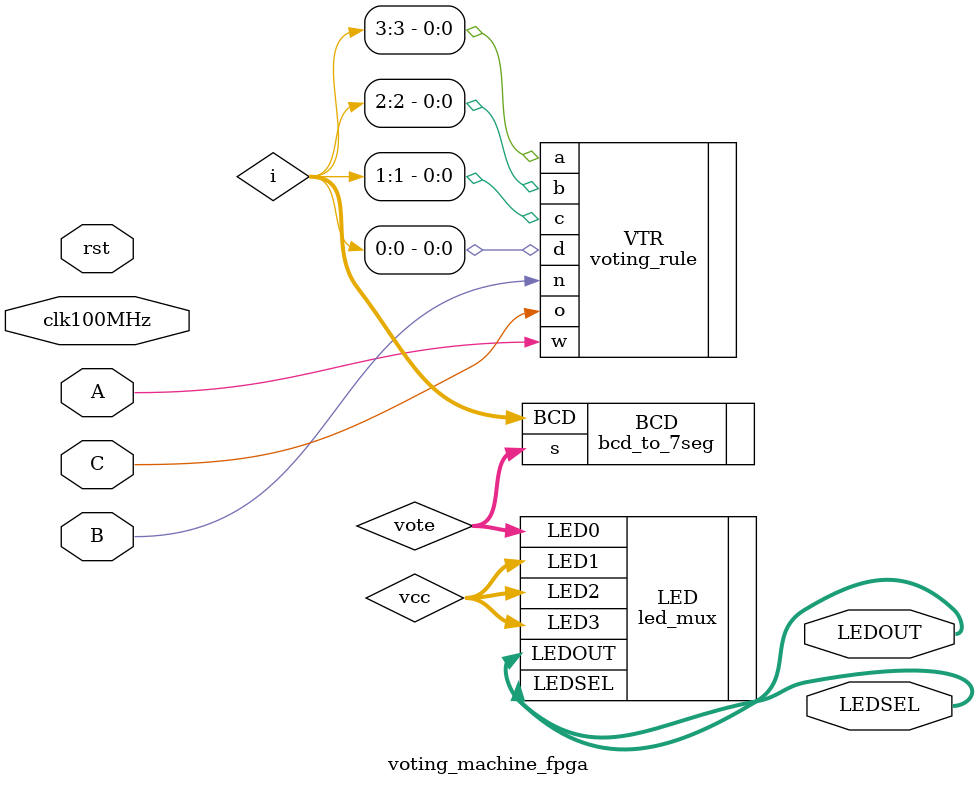
<source format=v>
`timescale 1ns / 1ps


module voting_machine_fpga(
    input wire A,
    input wire B,
    input wire C,
    input wire clk100MHz,
    input wire rst,
    output wire [3:0] LEDSEL,
    output wire [7:0] LEDOUT
    );
    wire DONT_USE;
    wire clk_5KHz;
    wire [3:0] i;
    wire [7:0] vote;
    wire [7:0] vcc;
    // Port mapping the module
    voting_rule VTR(.w(A),.n(B),.o(C),.a(i[3]),.b(i[2]),.c(i[1]),.d(i[0]));
    clk_gen CLK(.clk100MHz(clk100MHz),.rst(rst),.clk_4sec(DONT_USE),.clk_5KHz(clk_5KHz));
    led_mux LED(.LED0(vote),.LED1(vcc),.LED2(vcc),.LED3(vcc),.LEDSEL(LEDSEL),.LEDOUT(LEDOUT));
    bcd_to_7seg BCD(.BCD(i),.s(vote));
    
endmodule

</source>
